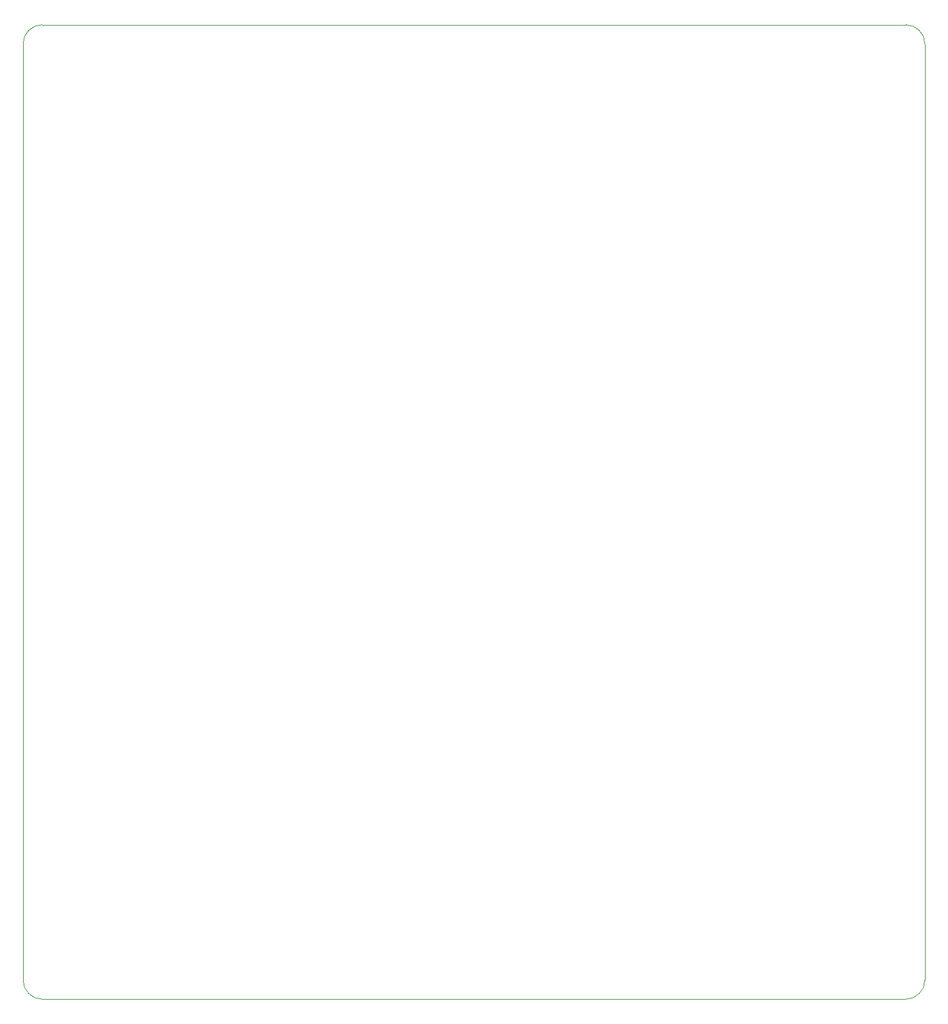
<source format=gm1>
%TF.GenerationSoftware,KiCad,Pcbnew,(6.0.5-0)*%
%TF.CreationDate,2022-06-17T10:00:47+08:00*%
%TF.ProjectId,Pragmatic,50726167-6d61-4746-9963-2e6b69636164,3*%
%TF.SameCoordinates,PX9157080PY3680a30*%
%TF.FileFunction,Profile,NP*%
%FSLAX46Y46*%
G04 Gerber Fmt 4.6, Leading zero omitted, Abs format (unit mm)*
G04 Created by KiCad (PCBNEW (6.0.5-0)) date 2022-06-17 10:00:47*
%MOMM*%
%LPD*%
G01*
G04 APERTURE LIST*
%TA.AperFunction,Profile*%
%ADD10C,0.120000*%
%TD*%
G04 APERTURE END LIST*
D10*
X-104775000Y21590000D02*
G75*
G03*
X-107315000Y19050000I0J-2540000D01*
G01*
X9525000Y-107315000D02*
G75*
G03*
X12065000Y-104775000I0J2540000D01*
G01*
X12065000Y19050000D02*
G75*
G03*
X9525000Y21590000I-2540000J0D01*
G01*
X9525000Y21590000D02*
X-104775000Y21590000D01*
X-107315000Y19050000D02*
X-107315000Y-104775000D01*
X12065000Y19050000D02*
X12065000Y-104775000D01*
X-104775000Y-107315000D02*
X9525000Y-107315000D01*
X-107315000Y-104775000D02*
G75*
G03*
X-104775000Y-107315000I2540000J0D01*
G01*
M02*

</source>
